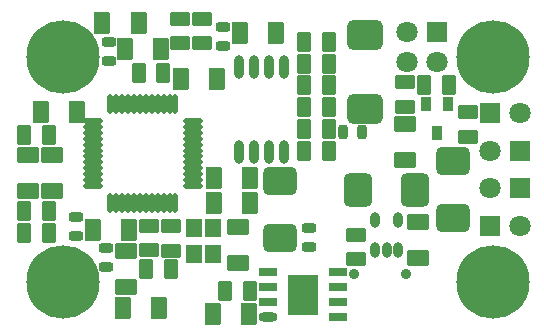
<source format=gbs>
G04 Layer_Color=16711935*
%FSLAX44Y44*%
%MOMM*%
G71*
G01*
G75*
%ADD33C,0.9000*%
G04:AMPARAMS|DCode=51|XSize=1.4032mm|YSize=1.9032mm|CornerRadius=0.2216mm|HoleSize=0mm|Usage=FLASHONLY|Rotation=180.000|XOffset=0mm|YOffset=0mm|HoleType=Round|Shape=RoundedRectangle|*
%AMROUNDEDRECTD51*
21,1,1.4032,1.4600,0,0,180.0*
21,1,0.9600,1.9032,0,0,180.0*
1,1,0.4432,-0.4800,0.7300*
1,1,0.4432,0.4800,0.7300*
1,1,0.4432,0.4800,-0.7300*
1,1,0.4432,-0.4800,-0.7300*
%
%ADD51ROUNDEDRECTD51*%
G04:AMPARAMS|DCode=52|XSize=1.2032mm|YSize=1.7032mm|CornerRadius=0.2266mm|HoleSize=0mm|Usage=FLASHONLY|Rotation=180.000|XOffset=0mm|YOffset=0mm|HoleType=Round|Shape=RoundedRectangle|*
%AMROUNDEDRECTD52*
21,1,1.2032,1.2500,0,0,180.0*
21,1,0.7500,1.7032,0,0,180.0*
1,1,0.4532,-0.3750,0.6250*
1,1,0.4532,0.3750,0.6250*
1,1,0.4532,0.3750,-0.6250*
1,1,0.4532,-0.3750,-0.6250*
%
%ADD52ROUNDEDRECTD52*%
G04:AMPARAMS|DCode=55|XSize=1.2032mm|YSize=1.7032mm|CornerRadius=0.2266mm|HoleSize=0mm|Usage=FLASHONLY|Rotation=270.000|XOffset=0mm|YOffset=0mm|HoleType=Round|Shape=RoundedRectangle|*
%AMROUNDEDRECTD55*
21,1,1.2032,1.2500,0,0,270.0*
21,1,0.7500,1.7032,0,0,270.0*
1,1,0.4532,-0.6250,-0.3750*
1,1,0.4532,-0.6250,0.3750*
1,1,0.4532,0.6250,0.3750*
1,1,0.4532,0.6250,-0.3750*
%
%ADD55ROUNDEDRECTD55*%
G04:AMPARAMS|DCode=58|XSize=1.4032mm|YSize=1.9032mm|CornerRadius=0.2216mm|HoleSize=0mm|Usage=FLASHONLY|Rotation=90.000|XOffset=0mm|YOffset=0mm|HoleType=Round|Shape=RoundedRectangle|*
%AMROUNDEDRECTD58*
21,1,1.4032,1.4600,0,0,90.0*
21,1,0.9600,1.9032,0,0,90.0*
1,1,0.4432,0.7300,0.4800*
1,1,0.4432,0.7300,-0.4800*
1,1,0.4432,-0.7300,-0.4800*
1,1,0.4432,-0.7300,0.4800*
%
%ADD58ROUNDEDRECTD58*%
%ADD63C,6.2032*%
%ADD64C,1.8032*%
%ADD65R,1.8032X1.8032*%
G04:AMPARAMS|DCode=66|XSize=2.4032mm|YSize=2.8032mm|CornerRadius=0.4316mm|HoleSize=0mm|Usage=FLASHONLY|Rotation=180.000|XOffset=0mm|YOffset=0mm|HoleType=Round|Shape=RoundedRectangle|*
%AMROUNDEDRECTD66*
21,1,2.4032,1.9400,0,0,180.0*
21,1,1.5400,2.8032,0,0,180.0*
1,1,0.8632,-0.7700,0.9700*
1,1,0.8632,0.7700,0.9700*
1,1,0.8632,0.7700,-0.9700*
1,1,0.8632,-0.7700,-0.9700*
%
%ADD66ROUNDEDRECTD66*%
G04:AMPARAMS|DCode=67|XSize=2.4032mm|YSize=2.8032mm|CornerRadius=0.4316mm|HoleSize=0mm|Usage=FLASHONLY|Rotation=90.000|XOffset=0mm|YOffset=0mm|HoleType=Round|Shape=RoundedRectangle|*
%AMROUNDEDRECTD67*
21,1,2.4032,1.9400,0,0,90.0*
21,1,1.5400,2.8032,0,0,90.0*
1,1,0.8632,0.9700,0.7700*
1,1,0.8632,0.9700,-0.7700*
1,1,0.8632,-0.9700,-0.7700*
1,1,0.8632,-0.9700,0.7700*
%
%ADD67ROUNDEDRECTD67*%
G04:AMPARAMS|DCode=68|XSize=0.8032mm|YSize=1.2032mm|CornerRadius=0.2066mm|HoleSize=0mm|Usage=FLASHONLY|Rotation=0.000|XOffset=0mm|YOffset=0mm|HoleType=Round|Shape=RoundedRectangle|*
%AMROUNDEDRECTD68*
21,1,0.8032,0.7900,0,0,0.0*
21,1,0.3900,1.2032,0,0,0.0*
1,1,0.4132,0.1950,-0.3950*
1,1,0.4132,-0.1950,-0.3950*
1,1,0.4132,-0.1950,0.3950*
1,1,0.4132,0.1950,0.3950*
%
%ADD68ROUNDEDRECTD68*%
%ADD69R,0.9032X1.2032*%
%ADD70O,0.8032X1.3032*%
%ADD71O,0.8032X2.0032*%
G04:AMPARAMS|DCode=72|XSize=2.5032mm|YSize=3.0032mm|CornerRadius=0.4466mm|HoleSize=0mm|Usage=FLASHONLY|Rotation=90.000|XOffset=0mm|YOffset=0mm|HoleType=Round|Shape=RoundedRectangle|*
%AMROUNDEDRECTD72*
21,1,2.5032,2.1100,0,0,90.0*
21,1,1.6100,3.0032,0,0,90.0*
1,1,0.8932,1.0550,0.8050*
1,1,0.8932,1.0550,-0.8050*
1,1,0.8932,-1.0550,-0.8050*
1,1,0.8932,-1.0550,0.8050*
%
%ADD72ROUNDEDRECTD72*%
G04:AMPARAMS|DCode=73|XSize=0.8032mm|YSize=1.2032mm|CornerRadius=0.2066mm|HoleSize=0mm|Usage=FLASHONLY|Rotation=270.000|XOffset=0mm|YOffset=0mm|HoleType=Round|Shape=RoundedRectangle|*
%AMROUNDEDRECTD73*
21,1,0.8032,0.7900,0,0,270.0*
21,1,0.3900,1.2032,0,0,270.0*
1,1,0.4132,-0.3950,-0.1950*
1,1,0.4132,-0.3950,0.1950*
1,1,0.4132,0.3950,0.1950*
1,1,0.4132,0.3950,-0.1950*
%
%ADD73ROUNDEDRECTD73*%
G04:AMPARAMS|DCode=74|XSize=1.6032mm|YSize=1.4032mm|CornerRadius=0.2216mm|HoleSize=0mm|Usage=FLASHONLY|Rotation=90.000|XOffset=0mm|YOffset=0mm|HoleType=Round|Shape=RoundedRectangle|*
%AMROUNDEDRECTD74*
21,1,1.6032,0.9600,0,0,90.0*
21,1,1.1600,1.4032,0,0,90.0*
1,1,0.4432,0.4800,0.5800*
1,1,0.4432,0.4800,-0.5800*
1,1,0.4432,-0.4800,-0.5800*
1,1,0.4432,-0.4800,0.5800*
%
%ADD74ROUNDEDRECTD74*%
%ADD75O,0.5032X1.6532*%
%ADD76O,1.6532X0.5032*%
%ADD77R,2.6132X3.5032*%
%ADD78O,1.6032X0.8032*%
%ADD79R,1.6032X0.8032*%
D33*
X330500Y46500D02*
D03*
X286500D02*
D03*
D51*
X167000Y12250D02*
D03*
X197500D02*
D03*
X91000Y17500D02*
D03*
X121500D02*
D03*
X221000Y250250D02*
D03*
X190500D02*
D03*
X140000Y211250D02*
D03*
X170500D02*
D03*
X96000Y84000D02*
D03*
X65500D02*
D03*
X198750Y106750D02*
D03*
X168250D02*
D03*
X198750Y127500D02*
D03*
X168250D02*
D03*
X22000Y183750D02*
D03*
X52500D02*
D03*
X104250Y259250D02*
D03*
X73750D02*
D03*
X123500Y236750D02*
D03*
X93000D02*
D03*
D52*
X198750Y32000D02*
D03*
X177750D02*
D03*
X367000Y206250D02*
D03*
X346000D02*
D03*
X244750Y224250D02*
D03*
X265750D02*
D03*
X244750Y206250D02*
D03*
X265750D02*
D03*
X244750Y242500D02*
D03*
X265750D02*
D03*
X244750Y188000D02*
D03*
X265750D02*
D03*
X244750Y169500D02*
D03*
X265750D02*
D03*
X244750Y151000D02*
D03*
X265750D02*
D03*
X110500Y50500D02*
D03*
X131500D02*
D03*
X7250Y164250D02*
D03*
X28250D02*
D03*
X7250Y81250D02*
D03*
X28250D02*
D03*
X7250Y99750D02*
D03*
X28250D02*
D03*
X125250Y216250D02*
D03*
X104250D02*
D03*
D55*
X288250Y58750D02*
D03*
Y79750D02*
D03*
X330000Y208750D02*
D03*
Y187750D02*
D03*
X383000Y183750D02*
D03*
Y162750D02*
D03*
X131750Y87250D02*
D03*
Y66250D02*
D03*
X113000Y87500D02*
D03*
Y66500D02*
D03*
X139000Y241750D02*
D03*
Y262750D02*
D03*
X157750Y241750D02*
D03*
Y262750D02*
D03*
D58*
X330000Y173250D02*
D03*
Y142750D02*
D03*
X341250Y90250D02*
D03*
Y59750D02*
D03*
X93500Y66000D02*
D03*
Y35500D02*
D03*
X188250Y86250D02*
D03*
Y55750D02*
D03*
X31250Y147250D02*
D03*
Y116750D02*
D03*
X10750Y147250D02*
D03*
Y116750D02*
D03*
D63*
X40000Y40000D02*
D03*
Y230000D02*
D03*
X404000D02*
D03*
Y40000D02*
D03*
D64*
X427450Y87000D02*
D03*
X401800Y150750D02*
D03*
Y119000D02*
D03*
X356750Y225750D02*
D03*
X331350D02*
D03*
Y251150D02*
D03*
X427200Y183000D02*
D03*
D65*
X402050Y87000D02*
D03*
X427200Y150750D02*
D03*
Y119000D02*
D03*
X356750Y251150D02*
D03*
X401800Y183000D02*
D03*
D66*
X290500Y117500D02*
D03*
X338500D02*
D03*
D67*
X370750Y142250D02*
D03*
Y94250D02*
D03*
X224250Y125000D02*
D03*
Y77000D02*
D03*
D68*
X277250Y166500D02*
D03*
X293250D02*
D03*
D69*
X357000Y166250D02*
D03*
X366500Y190250D02*
D03*
X347500D02*
D03*
D70*
X323750Y66500D02*
D03*
X314250D02*
D03*
X304750D02*
D03*
X323750Y92500D02*
D03*
X304750D02*
D03*
D71*
X189700Y221500D02*
D03*
X202400D02*
D03*
X215100D02*
D03*
X227800D02*
D03*
X189700Y149500D02*
D03*
X202400D02*
D03*
X215100D02*
D03*
X227800D02*
D03*
D72*
X295750Y186500D02*
D03*
Y248500D02*
D03*
D73*
X51000Y94500D02*
D03*
Y78500D02*
D03*
X76750Y52750D02*
D03*
Y68750D02*
D03*
X79250Y226500D02*
D03*
Y242500D02*
D03*
X248750Y85000D02*
D03*
Y69000D02*
D03*
X176000Y255750D02*
D03*
Y239750D02*
D03*
D74*
X151500Y63250D02*
D03*
X167500D02*
D03*
Y85250D02*
D03*
X151500D02*
D03*
D75*
X135500Y106250D02*
D03*
X130500D02*
D03*
X125500D02*
D03*
X120500D02*
D03*
X115500D02*
D03*
X110500D02*
D03*
X105500D02*
D03*
X100500D02*
D03*
X95500D02*
D03*
X90500D02*
D03*
X85500D02*
D03*
X80500D02*
D03*
Y190750D02*
D03*
X85500D02*
D03*
X90500D02*
D03*
X95500D02*
D03*
X100500D02*
D03*
X105500D02*
D03*
X110500D02*
D03*
X115500D02*
D03*
X120500D02*
D03*
X125500D02*
D03*
X130500D02*
D03*
X135500D02*
D03*
D76*
X65750Y121000D02*
D03*
Y126000D02*
D03*
Y131000D02*
D03*
Y136000D02*
D03*
Y141000D02*
D03*
Y146000D02*
D03*
Y151000D02*
D03*
Y156000D02*
D03*
Y161000D02*
D03*
Y166000D02*
D03*
Y171000D02*
D03*
Y176000D02*
D03*
X150250D02*
D03*
Y171000D02*
D03*
Y166000D02*
D03*
Y161000D02*
D03*
Y156000D02*
D03*
Y151000D02*
D03*
Y146000D02*
D03*
Y141000D02*
D03*
Y136000D02*
D03*
Y131000D02*
D03*
Y126000D02*
D03*
Y121000D02*
D03*
D77*
X243750Y28750D02*
D03*
D78*
X214250Y9700D02*
D03*
D79*
Y22400D02*
D03*
Y35100D02*
D03*
Y47800D02*
D03*
X273250Y47800D02*
D03*
Y35100D02*
D03*
Y22400D02*
D03*
Y9700D02*
D03*
M02*

</source>
